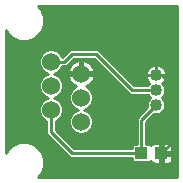
<source format=gtl>
G75*
%MOIN*%
%OFA0B0*%
%FSLAX24Y24*%
%IPPOS*%
%LPD*%
%AMOC8*
5,1,8,0,0,1.08239X$1,22.5*
%
%ADD10C,0.0600*%
%ADD11R,0.0433X0.0394*%
%ADD12C,0.0400*%
%ADD13C,0.0100*%
D10*
X003418Y002748D03*
X003418Y003551D03*
X003418Y004354D03*
X004418Y003952D03*
X004418Y003149D03*
X004418Y002346D03*
D11*
X006428Y001300D03*
X007097Y001300D03*
D12*
X006912Y002900D03*
X006912Y003400D03*
X006912Y003900D03*
D13*
X001912Y005404D02*
X001912Y001296D01*
X001942Y001369D01*
X002131Y001558D01*
X002378Y001660D01*
X002646Y001660D01*
X002893Y001558D01*
X003082Y001369D01*
X003185Y001122D01*
X003185Y000854D01*
X003082Y000607D01*
X002975Y000500D01*
X007612Y000500D01*
X007612Y006200D01*
X002975Y006200D01*
X003082Y006093D01*
X003185Y005846D01*
X003185Y005578D01*
X003082Y005331D01*
X002893Y005142D01*
X002646Y005040D01*
X002378Y005040D01*
X002131Y005142D01*
X001942Y005331D01*
X001912Y005404D01*
X001912Y005321D02*
X001953Y005321D01*
X001912Y005222D02*
X002051Y005222D01*
X002176Y005124D02*
X001912Y005124D01*
X001912Y005025D02*
X007612Y005025D01*
X007612Y005124D02*
X002848Y005124D01*
X002973Y005222D02*
X007612Y005222D01*
X007612Y005321D02*
X003071Y005321D01*
X003119Y005419D02*
X007612Y005419D01*
X007612Y005518D02*
X003159Y005518D01*
X003185Y005616D02*
X007612Y005616D01*
X007612Y005715D02*
X003185Y005715D01*
X003185Y005813D02*
X007612Y005813D01*
X007612Y005912D02*
X003157Y005912D01*
X003117Y006010D02*
X007612Y006010D01*
X007612Y006109D02*
X003067Y006109D01*
X001912Y004927D02*
X007612Y004927D01*
X007612Y004828D02*
X001912Y004828D01*
X001912Y004730D02*
X003253Y004730D01*
X003185Y004702D02*
X003070Y004586D01*
X003008Y004435D01*
X003008Y004272D01*
X003070Y004122D01*
X003185Y004006D01*
X003316Y003952D01*
X003185Y003898D01*
X003070Y003783D01*
X003008Y003632D01*
X003008Y003469D01*
X003070Y003319D01*
X003185Y003203D01*
X003316Y003149D01*
X003185Y003095D01*
X003070Y002980D01*
X003008Y002829D01*
X003008Y002666D01*
X003070Y002515D01*
X003185Y002400D01*
X003258Y002370D01*
X003258Y001928D01*
X003952Y001234D01*
X004046Y001140D01*
X006101Y001140D01*
X006101Y001058D01*
X006165Y000993D01*
X006690Y000993D01*
X006741Y001044D01*
X006760Y001011D01*
X006788Y000983D01*
X006822Y000963D01*
X006861Y000953D01*
X007048Y000953D01*
X007048Y001252D01*
X007145Y001252D01*
X007145Y001348D01*
X007463Y001348D01*
X007463Y001517D01*
X007453Y001555D01*
X007433Y001589D01*
X007405Y001617D01*
X007371Y001637D01*
X007333Y001647D01*
X007145Y001647D01*
X007145Y001348D01*
X007048Y001348D01*
X007048Y001647D01*
X006861Y001647D01*
X006822Y001637D01*
X006788Y001617D01*
X006760Y001589D01*
X006741Y001556D01*
X006690Y001607D01*
X006588Y001607D01*
X006588Y002349D01*
X006835Y002596D01*
X006851Y002590D01*
X006974Y002590D01*
X007088Y002637D01*
X007175Y002724D01*
X007222Y002838D01*
X007222Y002962D01*
X007175Y003076D01*
X007101Y003150D01*
X007175Y003224D01*
X007222Y003338D01*
X007222Y003462D01*
X007175Y003576D01*
X007128Y003623D01*
X007135Y003628D01*
X007184Y003677D01*
X007222Y003734D01*
X007249Y003798D01*
X007262Y003866D01*
X007262Y003891D01*
X006921Y003891D01*
X006921Y003909D01*
X006903Y003909D01*
X006903Y003891D01*
X006562Y003891D01*
X006562Y003866D01*
X006576Y003798D01*
X006602Y003734D01*
X006640Y003677D01*
X006689Y003628D01*
X006697Y003623D01*
X006649Y003576D01*
X006643Y003560D01*
X006178Y003560D01*
X004978Y004760D01*
X004046Y004760D01*
X003952Y004666D01*
X003800Y004514D01*
X003795Y004514D01*
X003765Y004586D01*
X003650Y004702D01*
X003499Y004764D01*
X003336Y004764D01*
X003185Y004702D01*
X003115Y004631D02*
X001912Y004631D01*
X001912Y004533D02*
X003048Y004533D01*
X003008Y004434D02*
X001912Y004434D01*
X001912Y004336D02*
X003008Y004336D01*
X003022Y004237D02*
X001912Y004237D01*
X001912Y004139D02*
X003063Y004139D01*
X003152Y004040D02*
X001912Y004040D01*
X001912Y003942D02*
X003290Y003942D01*
X003130Y003843D02*
X001912Y003843D01*
X001912Y003745D02*
X003054Y003745D01*
X003013Y003646D02*
X001912Y003646D01*
X001912Y003548D02*
X003008Y003548D01*
X003016Y003449D02*
X001912Y003449D01*
X001912Y003351D02*
X003057Y003351D01*
X003137Y003252D02*
X001912Y003252D01*
X001912Y003154D02*
X003305Y003154D01*
X003145Y003055D02*
X001912Y003055D01*
X001912Y002957D02*
X003060Y002957D01*
X003020Y002858D02*
X001912Y002858D01*
X001912Y002760D02*
X003008Y002760D01*
X003010Y002661D02*
X001912Y002661D01*
X001912Y002563D02*
X003051Y002563D01*
X003122Y002464D02*
X001912Y002464D01*
X001912Y002366D02*
X003258Y002366D01*
X003258Y002267D02*
X001912Y002267D01*
X001912Y002169D02*
X003258Y002169D01*
X003258Y002070D02*
X001912Y002070D01*
X001912Y001972D02*
X003258Y001972D01*
X003313Y001873D02*
X001912Y001873D01*
X001912Y001775D02*
X003411Y001775D01*
X003510Y001676D02*
X001912Y001676D01*
X001912Y001578D02*
X002179Y001578D01*
X002052Y001479D02*
X001912Y001479D01*
X001912Y001381D02*
X001954Y001381D01*
X002846Y001578D02*
X003608Y001578D01*
X003707Y001479D02*
X002972Y001479D01*
X003070Y001381D02*
X003805Y001381D01*
X003904Y001282D02*
X003118Y001282D01*
X003159Y001184D02*
X004002Y001184D01*
X004112Y001300D02*
X006428Y001300D01*
X006428Y002415D01*
X006912Y002900D01*
X006641Y003055D02*
X004822Y003055D01*
X004828Y003068D02*
X004828Y003231D01*
X004765Y003381D01*
X004650Y003497D01*
X004572Y003529D01*
X004590Y003535D01*
X004654Y003567D01*
X004711Y003609D01*
X004761Y003659D01*
X004803Y003717D01*
X004835Y003780D01*
X004857Y003847D01*
X004867Y003914D01*
X004456Y003914D01*
X004456Y003991D01*
X004379Y003991D01*
X004379Y003914D01*
X003968Y003914D01*
X003979Y003847D01*
X004001Y003780D01*
X004033Y003717D01*
X004074Y003659D01*
X004125Y003609D01*
X004182Y003567D01*
X004245Y003535D01*
X004264Y003529D01*
X004185Y003497D01*
X004070Y003381D01*
X004008Y003231D01*
X004008Y003068D01*
X004070Y002917D01*
X004185Y002802D01*
X004316Y002748D01*
X004185Y002694D01*
X004070Y002578D01*
X004008Y002428D01*
X004008Y002265D01*
X004070Y002114D01*
X004185Y001998D01*
X004336Y001936D01*
X004499Y001936D01*
X004650Y001998D01*
X004765Y002114D01*
X004828Y002265D01*
X004828Y002428D01*
X004765Y002578D01*
X004650Y002694D01*
X004520Y002748D01*
X004650Y002802D01*
X004765Y002917D01*
X004828Y003068D01*
X004782Y002957D02*
X006602Y002957D01*
X006602Y002962D02*
X006602Y002838D01*
X006609Y002823D01*
X006268Y002482D01*
X006268Y002349D01*
X006268Y001607D01*
X006165Y001607D01*
X006101Y001542D01*
X006101Y001460D01*
X004178Y001460D01*
X003578Y002061D01*
X003578Y002370D01*
X003650Y002400D01*
X003765Y002515D01*
X003828Y002666D01*
X003828Y002829D01*
X003765Y002980D01*
X003650Y003095D01*
X003520Y003149D01*
X003650Y003203D01*
X003765Y003319D01*
X003828Y003469D01*
X003828Y003632D01*
X003765Y003783D01*
X003650Y003898D01*
X003520Y003952D01*
X003650Y004006D01*
X003765Y004122D01*
X003795Y004194D01*
X003932Y004194D01*
X004178Y004440D01*
X004846Y004440D01*
X005952Y003334D01*
X006046Y003240D01*
X006643Y003240D01*
X006649Y003224D01*
X006724Y003150D01*
X006649Y003076D01*
X006602Y002962D01*
X006602Y002858D02*
X004706Y002858D01*
X004548Y002760D02*
X006545Y002760D01*
X006447Y002661D02*
X004683Y002661D01*
X004772Y002563D02*
X006348Y002563D01*
X006268Y002464D02*
X004813Y002464D01*
X004828Y002366D02*
X006268Y002366D01*
X006268Y002267D02*
X004828Y002267D01*
X004788Y002169D02*
X006268Y002169D01*
X006268Y002070D02*
X004721Y002070D01*
X004585Y001972D02*
X006268Y001972D01*
X006268Y001873D02*
X003765Y001873D01*
X003864Y001775D02*
X006268Y001775D01*
X006268Y001676D02*
X003962Y001676D01*
X004061Y001578D02*
X006136Y001578D01*
X006101Y001479D02*
X004159Y001479D01*
X004112Y001300D02*
X003418Y001994D01*
X003418Y002748D01*
X003690Y003055D02*
X004013Y003055D01*
X004054Y002957D02*
X003775Y002957D01*
X003816Y002858D02*
X004129Y002858D01*
X004287Y002760D02*
X003828Y002760D01*
X003826Y002661D02*
X004153Y002661D01*
X004064Y002563D02*
X003785Y002563D01*
X003714Y002464D02*
X004023Y002464D01*
X004008Y002366D02*
X003578Y002366D01*
X003578Y002267D02*
X004008Y002267D01*
X004047Y002169D02*
X003578Y002169D01*
X003578Y002070D02*
X004114Y002070D01*
X004251Y001972D02*
X003667Y001972D01*
X003185Y001085D02*
X006101Y001085D01*
X006719Y001578D02*
X006754Y001578D01*
X006588Y001676D02*
X007612Y001676D01*
X007612Y001775D02*
X006588Y001775D01*
X006588Y001873D02*
X007612Y001873D01*
X007612Y001815D02*
X007097Y001300D01*
X007145Y001282D02*
X007612Y001282D01*
X007612Y001381D02*
X007463Y001381D01*
X007463Y001479D02*
X007612Y001479D01*
X007612Y001578D02*
X007440Y001578D01*
X007612Y001815D02*
X007612Y003400D01*
X007112Y003900D01*
X006912Y003900D01*
X006903Y003909D02*
X006562Y003909D01*
X006562Y003934D01*
X006576Y004002D01*
X006602Y004066D01*
X006640Y004123D01*
X006689Y004172D01*
X006746Y004210D01*
X006810Y004237D01*
X006878Y004250D01*
X006903Y004250D01*
X006903Y003909D01*
X006921Y003909D02*
X006921Y004250D01*
X006947Y004250D01*
X007014Y004237D01*
X007078Y004210D01*
X007135Y004172D01*
X007184Y004123D01*
X007222Y004066D01*
X007249Y004002D01*
X007262Y003934D01*
X007262Y003909D01*
X006921Y003909D01*
X006921Y003942D02*
X006903Y003942D01*
X006903Y004040D02*
X006921Y004040D01*
X006921Y004139D02*
X006903Y004139D01*
X006903Y004237D02*
X006921Y004237D01*
X006812Y004237D02*
X005501Y004237D01*
X005403Y004336D02*
X007612Y004336D01*
X007612Y004237D02*
X007012Y004237D01*
X007169Y004139D02*
X007612Y004139D01*
X007612Y004040D02*
X007233Y004040D01*
X007261Y003942D02*
X007612Y003942D01*
X007612Y003843D02*
X007258Y003843D01*
X007227Y003745D02*
X007612Y003745D01*
X007612Y003646D02*
X007153Y003646D01*
X007187Y003548D02*
X007612Y003548D01*
X007612Y003449D02*
X007222Y003449D01*
X007222Y003351D02*
X007612Y003351D01*
X007612Y003252D02*
X007186Y003252D01*
X007104Y003154D02*
X007612Y003154D01*
X007612Y003055D02*
X007184Y003055D01*
X007222Y002957D02*
X007612Y002957D01*
X007612Y002858D02*
X007222Y002858D01*
X007190Y002760D02*
X007612Y002760D01*
X007612Y002661D02*
X007112Y002661D01*
X006801Y002563D02*
X007612Y002563D01*
X007612Y002464D02*
X006702Y002464D01*
X006604Y002366D02*
X007612Y002366D01*
X007612Y002267D02*
X006588Y002267D01*
X006588Y002169D02*
X007612Y002169D01*
X007612Y002070D02*
X006588Y002070D01*
X006588Y001972D02*
X007612Y001972D01*
X007145Y001578D02*
X007048Y001578D01*
X007048Y001479D02*
X007145Y001479D01*
X007145Y001381D02*
X007048Y001381D01*
X007145Y001252D02*
X007463Y001252D01*
X007463Y001083D01*
X007453Y001045D01*
X007433Y001011D01*
X007405Y000983D01*
X007371Y000963D01*
X007333Y000953D01*
X007145Y000953D01*
X007145Y001252D01*
X007145Y001184D02*
X007048Y001184D01*
X007048Y001085D02*
X007145Y001085D01*
X007145Y000987D02*
X007048Y000987D01*
X006785Y000987D02*
X003185Y000987D01*
X003185Y000888D02*
X007612Y000888D01*
X007612Y000987D02*
X007409Y000987D01*
X007463Y001085D02*
X007612Y001085D01*
X007612Y001184D02*
X007463Y001184D01*
X007612Y000790D02*
X003158Y000790D01*
X003117Y000691D02*
X007612Y000691D01*
X007612Y000593D02*
X003068Y000593D01*
X003530Y003154D02*
X004008Y003154D01*
X004017Y003252D02*
X003699Y003252D01*
X003779Y003351D02*
X004057Y003351D01*
X004138Y003449D02*
X003819Y003449D01*
X003828Y003548D02*
X004221Y003548D01*
X004088Y003646D02*
X003822Y003646D01*
X003781Y003745D02*
X004019Y003745D01*
X003980Y003843D02*
X003705Y003843D01*
X003546Y003942D02*
X004379Y003942D01*
X004379Y003991D02*
X003968Y003991D01*
X003979Y004058D01*
X004001Y004125D01*
X004033Y004188D01*
X004074Y004246D01*
X004125Y004296D01*
X004182Y004337D01*
X004245Y004369D01*
X004312Y004391D01*
X004379Y004402D01*
X004379Y003991D01*
X004379Y004040D02*
X004456Y004040D01*
X004456Y003991D02*
X004456Y004402D01*
X004523Y004391D01*
X004590Y004369D01*
X004654Y004337D01*
X004711Y004296D01*
X004761Y004246D01*
X004803Y004188D01*
X004835Y004125D01*
X004857Y004058D01*
X004867Y003991D01*
X004456Y003991D01*
X004456Y003942D02*
X005344Y003942D01*
X005443Y003843D02*
X004855Y003843D01*
X004817Y003745D02*
X005541Y003745D01*
X005640Y003646D02*
X004748Y003646D01*
X004614Y003548D02*
X005738Y003548D01*
X005837Y003449D02*
X004698Y003449D01*
X004778Y003351D02*
X005935Y003351D01*
X006034Y003252D02*
X004819Y003252D01*
X004828Y003154D02*
X006720Y003154D01*
X006912Y003400D02*
X006112Y003400D01*
X004912Y004600D01*
X004112Y004600D01*
X003866Y004354D01*
X003418Y004354D01*
X003684Y004040D02*
X003976Y004040D01*
X004008Y004139D02*
X003772Y004139D01*
X003975Y004237D02*
X004068Y004237D01*
X004074Y004336D02*
X004179Y004336D01*
X004172Y004434D02*
X004852Y004434D01*
X004950Y004336D02*
X004656Y004336D01*
X004767Y004237D02*
X005049Y004237D01*
X005147Y004139D02*
X004828Y004139D01*
X004859Y004040D02*
X005246Y004040D01*
X005600Y004139D02*
X006656Y004139D01*
X006591Y004040D02*
X005698Y004040D01*
X005797Y003942D02*
X006564Y003942D01*
X006567Y003843D02*
X005895Y003843D01*
X005994Y003745D02*
X006598Y003745D01*
X006671Y003646D02*
X006092Y003646D01*
X005304Y004434D02*
X007612Y004434D01*
X007612Y004533D02*
X005206Y004533D01*
X005107Y004631D02*
X007612Y004631D01*
X007612Y004730D02*
X005009Y004730D01*
X004456Y004336D02*
X004379Y004336D01*
X004379Y004237D02*
X004456Y004237D01*
X004456Y004139D02*
X004379Y004139D01*
X003818Y004533D02*
X003788Y004533D01*
X003720Y004631D02*
X003917Y004631D01*
X004015Y004730D02*
X003582Y004730D01*
M02*

</source>
